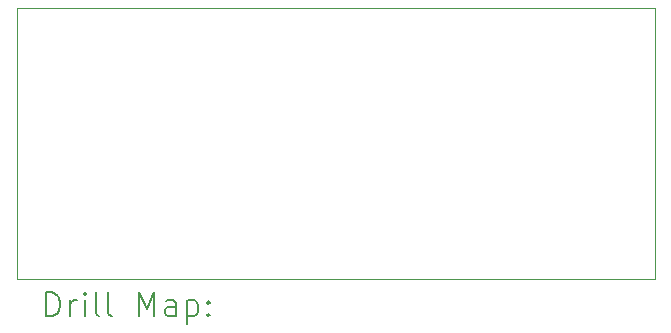
<source format=gbr>
%FSLAX45Y45*%
G04 Gerber Fmt 4.5, Leading zero omitted, Abs format (unit mm)*
G04 Created by KiCad (PCBNEW (6.0.5)) date 2022-06-04 23:49:28*
%MOMM*%
%LPD*%
G01*
G04 APERTURE LIST*
%TA.AperFunction,Profile*%
%ADD10C,0.100000*%
%TD*%
%ADD11C,0.200000*%
G04 APERTURE END LIST*
D10*
X7366000Y-9271000D02*
X12770546Y-9271000D01*
X12770546Y-9271000D02*
X12770546Y-11560690D01*
X12770546Y-11560690D02*
X7366000Y-11560690D01*
X7366000Y-11560690D02*
X7366000Y-9271000D01*
D11*
X7618619Y-11876166D02*
X7618619Y-11676166D01*
X7666238Y-11676166D01*
X7694809Y-11685690D01*
X7713857Y-11704738D01*
X7723381Y-11723785D01*
X7732905Y-11761881D01*
X7732905Y-11790452D01*
X7723381Y-11828547D01*
X7713857Y-11847595D01*
X7694809Y-11866643D01*
X7666238Y-11876166D01*
X7618619Y-11876166D01*
X7818619Y-11876166D02*
X7818619Y-11742833D01*
X7818619Y-11780928D02*
X7828143Y-11761881D01*
X7837667Y-11752357D01*
X7856714Y-11742833D01*
X7875762Y-11742833D01*
X7942428Y-11876166D02*
X7942428Y-11742833D01*
X7942428Y-11676166D02*
X7932905Y-11685690D01*
X7942428Y-11695214D01*
X7951952Y-11685690D01*
X7942428Y-11676166D01*
X7942428Y-11695214D01*
X8066238Y-11876166D02*
X8047190Y-11866643D01*
X8037667Y-11847595D01*
X8037667Y-11676166D01*
X8171000Y-11876166D02*
X8151952Y-11866643D01*
X8142428Y-11847595D01*
X8142428Y-11676166D01*
X8399571Y-11876166D02*
X8399571Y-11676166D01*
X8466238Y-11819024D01*
X8532905Y-11676166D01*
X8532905Y-11876166D01*
X8713857Y-11876166D02*
X8713857Y-11771404D01*
X8704333Y-11752357D01*
X8685286Y-11742833D01*
X8647190Y-11742833D01*
X8628143Y-11752357D01*
X8713857Y-11866643D02*
X8694810Y-11876166D01*
X8647190Y-11876166D01*
X8628143Y-11866643D01*
X8618619Y-11847595D01*
X8618619Y-11828547D01*
X8628143Y-11809500D01*
X8647190Y-11799976D01*
X8694810Y-11799976D01*
X8713857Y-11790452D01*
X8809095Y-11742833D02*
X8809095Y-11942833D01*
X8809095Y-11752357D02*
X8828143Y-11742833D01*
X8866238Y-11742833D01*
X8885286Y-11752357D01*
X8894810Y-11761881D01*
X8904333Y-11780928D01*
X8904333Y-11838071D01*
X8894810Y-11857119D01*
X8885286Y-11866643D01*
X8866238Y-11876166D01*
X8828143Y-11876166D01*
X8809095Y-11866643D01*
X8990048Y-11857119D02*
X8999571Y-11866643D01*
X8990048Y-11876166D01*
X8980524Y-11866643D01*
X8990048Y-11857119D01*
X8990048Y-11876166D01*
X8990048Y-11752357D02*
X8999571Y-11761881D01*
X8990048Y-11771404D01*
X8980524Y-11761881D01*
X8990048Y-11752357D01*
X8990048Y-11771404D01*
M02*

</source>
